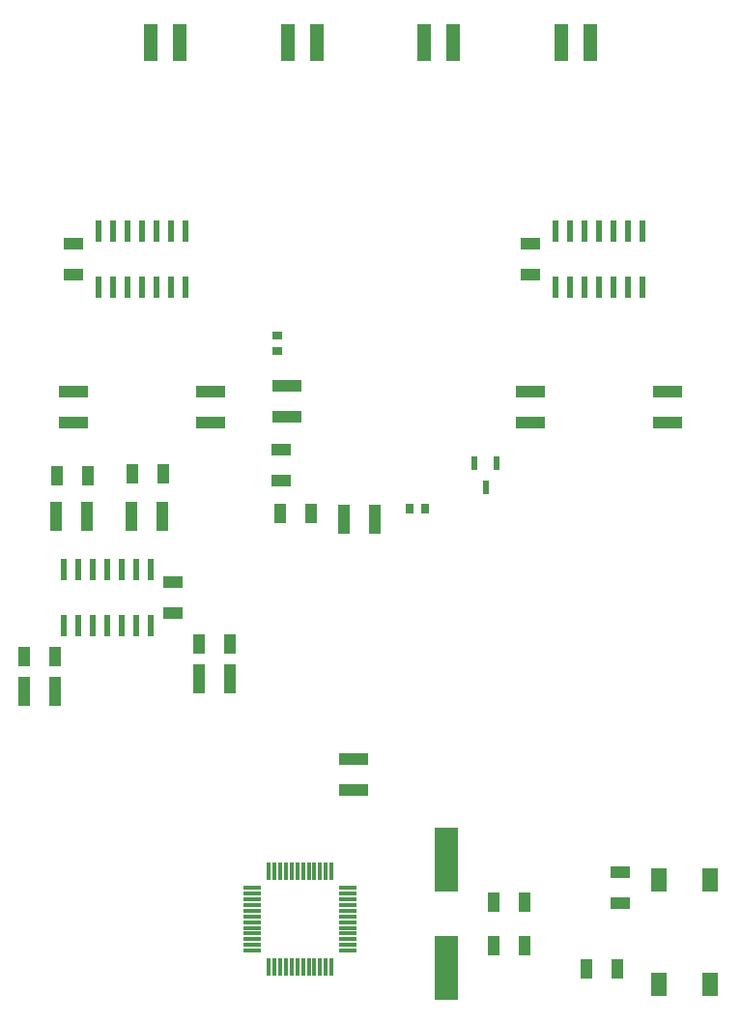
<source format=gbp>
G04*
G04 #@! TF.GenerationSoftware,Altium Limited,Altium Designer,20.1.8 (145)*
G04*
G04 Layer_Color=128*
%FSLAX25Y25*%
%MOIN*%
G70*
G04*
G04 #@! TF.SameCoordinates,EC9590D4-A93B-4016-A152-F587195DA6AB*
G04*
G04*
G04 #@! TF.FilePolarity,Positive*
G04*
G01*
G75*
%ADD14R,0.05000X0.12520*%
%ADD15R,0.04331X0.10236*%
%ADD16R,0.06693X0.04331*%
%ADD17R,0.03150X0.03543*%
%ADD20R,0.10236X0.04331*%
%ADD21R,0.03543X0.03150*%
%ADD22R,0.04331X0.06693*%
%ADD45R,0.02362X0.05118*%
G04:AMPARAMS|DCode=46|XSize=11.02mil|YSize=61.42mil|CornerRadius=2.76mil|HoleSize=0mil|Usage=FLASHONLY|Rotation=90.000|XOffset=0mil|YOffset=0mil|HoleType=Round|Shape=RoundedRectangle|*
%AMROUNDEDRECTD46*
21,1,0.01102,0.05591,0,0,90.0*
21,1,0.00551,0.06142,0,0,90.0*
1,1,0.00551,0.02795,0.00276*
1,1,0.00551,0.02795,-0.00276*
1,1,0.00551,-0.02795,-0.00276*
1,1,0.00551,-0.02795,0.00276*
%
%ADD46ROUNDEDRECTD46*%
G04:AMPARAMS|DCode=47|XSize=11.02mil|YSize=61.42mil|CornerRadius=2.76mil|HoleSize=0mil|Usage=FLASHONLY|Rotation=180.000|XOffset=0mil|YOffset=0mil|HoleType=Round|Shape=RoundedRectangle|*
%AMROUNDEDRECTD47*
21,1,0.01102,0.05591,0,0,180.0*
21,1,0.00551,0.06142,0,0,180.0*
1,1,0.00551,-0.00276,0.02795*
1,1,0.00551,0.00276,0.02795*
1,1,0.00551,0.00276,-0.02795*
1,1,0.00551,-0.00276,-0.02795*
%
%ADD47ROUNDEDRECTD47*%
G04:AMPARAMS|DCode=48|XSize=82.68mil|YSize=54.33mil|CornerRadius=4.08mil|HoleSize=0mil|Usage=FLASHONLY|Rotation=90.000|XOffset=0mil|YOffset=0mil|HoleType=Round|Shape=RoundedRectangle|*
%AMROUNDEDRECTD48*
21,1,0.08268,0.04618,0,0,90.0*
21,1,0.07453,0.05433,0,0,90.0*
1,1,0.00815,0.02309,0.03726*
1,1,0.00815,0.02309,-0.03726*
1,1,0.00815,-0.02309,-0.03726*
1,1,0.00815,-0.02309,0.03726*
%
%ADD48ROUNDEDRECTD48*%
%ADD49R,0.02000X0.07800*%
%ADD50R,0.08300X0.22000*%
D14*
X160366Y520189D02*
D03*
X150366D02*
D03*
X197610D02*
D03*
X207610D02*
D03*
X254854D02*
D03*
X244854D02*
D03*
X292098D02*
D03*
X302098D02*
D03*
X160366D02*
D03*
X150366D02*
D03*
X197610D02*
D03*
X207610D02*
D03*
X254854D02*
D03*
X244854D02*
D03*
X292098D02*
D03*
X302098D02*
D03*
D15*
X167185Y301000D02*
D03*
X177815D02*
D03*
X117315Y296500D02*
D03*
X106685D02*
D03*
X154315Y357000D02*
D03*
X143685D02*
D03*
X117685D02*
D03*
X128315D02*
D03*
X227815Y356000D02*
D03*
X217185D02*
D03*
D16*
X281354Y440315D02*
D03*
Y450945D02*
D03*
X123874Y440315D02*
D03*
Y450945D02*
D03*
X195500Y379815D02*
D03*
Y369185D02*
D03*
X312500Y234315D02*
D03*
Y223685D02*
D03*
X158000Y323685D02*
D03*
Y334315D02*
D03*
D17*
X245256Y359500D02*
D03*
X239744D02*
D03*
D20*
X220500Y262685D02*
D03*
Y273315D02*
D03*
X197500Y391185D02*
D03*
Y401815D02*
D03*
X171118Y399764D02*
D03*
Y389134D02*
D03*
X123874D02*
D03*
Y399764D02*
D03*
X328598Y389134D02*
D03*
Y399764D02*
D03*
X281354Y389134D02*
D03*
Y399764D02*
D03*
D21*
X194000Y419256D02*
D03*
Y413744D02*
D03*
D22*
X106685Y308500D02*
D03*
X117315D02*
D03*
X279315Y224000D02*
D03*
X268685D02*
D03*
X279315Y209000D02*
D03*
X268685D02*
D03*
X205815Y358000D02*
D03*
X195185D02*
D03*
X128815Y371000D02*
D03*
X118185D02*
D03*
X154815Y371500D02*
D03*
X144185D02*
D03*
X167185Y313000D02*
D03*
X177815D02*
D03*
X300685Y201000D02*
D03*
X311315D02*
D03*
D45*
X262260Y375134D02*
D03*
X269740D02*
D03*
X266000Y366866D02*
D03*
D46*
X218457Y228827D02*
D03*
Y226858D02*
D03*
Y224890D02*
D03*
Y222921D02*
D03*
Y220953D02*
D03*
Y218984D02*
D03*
Y217016D02*
D03*
Y215047D02*
D03*
Y213079D02*
D03*
Y211110D02*
D03*
Y209142D02*
D03*
Y207173D02*
D03*
X185543D02*
D03*
Y209142D02*
D03*
Y211110D02*
D03*
Y213079D02*
D03*
Y215047D02*
D03*
Y217016D02*
D03*
Y218984D02*
D03*
Y220953D02*
D03*
Y222921D02*
D03*
Y224890D02*
D03*
Y226858D02*
D03*
Y228827D02*
D03*
D47*
X212827Y201543D02*
D03*
X210858D02*
D03*
X208890D02*
D03*
X206921D02*
D03*
X204953D02*
D03*
X202984D02*
D03*
X201016D02*
D03*
X199047D02*
D03*
X197079D02*
D03*
X195110D02*
D03*
X193142D02*
D03*
X191173D02*
D03*
Y234457D02*
D03*
X193142D02*
D03*
X195110D02*
D03*
X197079D02*
D03*
X199047D02*
D03*
X201016D02*
D03*
X202984D02*
D03*
X204953D02*
D03*
X206921D02*
D03*
X208890D02*
D03*
X210858D02*
D03*
X212827D02*
D03*
D48*
X343319Y231413D02*
D03*
X325681D02*
D03*
X343319Y195587D02*
D03*
X325681D02*
D03*
D49*
X150500Y338700D02*
D03*
X145500D02*
D03*
X140500D02*
D03*
X135500D02*
D03*
X130500D02*
D03*
X125500D02*
D03*
X120500D02*
D03*
Y319300D02*
D03*
X125500D02*
D03*
X130500D02*
D03*
X135500D02*
D03*
X140500D02*
D03*
X145500D02*
D03*
X150500D02*
D03*
X132496Y435930D02*
D03*
X137496D02*
D03*
X142496D02*
D03*
X147496D02*
D03*
X152496D02*
D03*
X157496D02*
D03*
X162496D02*
D03*
Y455330D02*
D03*
X157496D02*
D03*
X152496D02*
D03*
X147496D02*
D03*
X142496D02*
D03*
X137496D02*
D03*
X132496D02*
D03*
X289976D02*
D03*
X294976D02*
D03*
X299976D02*
D03*
X304976D02*
D03*
X309976D02*
D03*
X314976D02*
D03*
X319976D02*
D03*
Y435930D02*
D03*
X314976D02*
D03*
X309976D02*
D03*
X304976D02*
D03*
X299976D02*
D03*
X294976D02*
D03*
X289976D02*
D03*
D50*
X252500Y238700D02*
D03*
Y201300D02*
D03*
M02*

</source>
